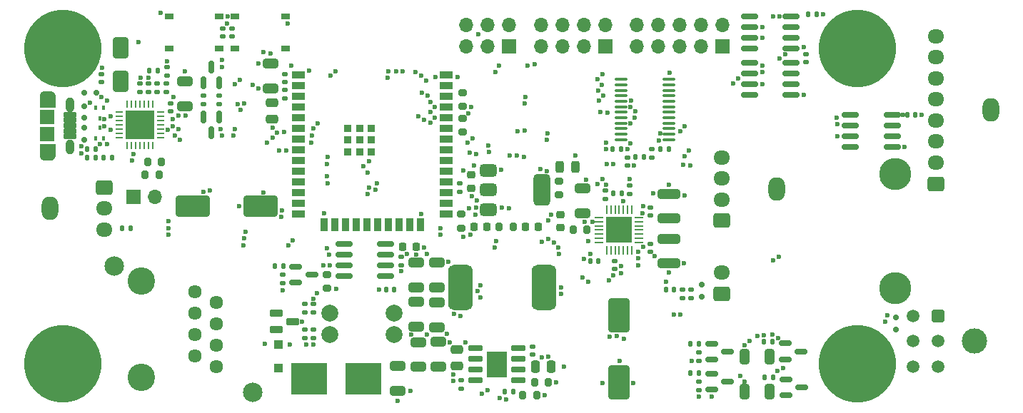
<source format=gts>
%TF.GenerationSoftware,KiCad,Pcbnew,8.0.3-8.0.3-0~ubuntu22.04.1*%
%TF.CreationDate,2024-06-05T11:38:55+02:00*%
%TF.ProjectId,Drawer_Controller_v4,44726177-6572-45f4-936f-6e74726f6c6c,rev?*%
%TF.SameCoordinates,Original*%
%TF.FileFunction,Soldermask,Top*%
%TF.FilePolarity,Negative*%
%FSLAX46Y46*%
G04 Gerber Fmt 4.6, Leading zero omitted, Abs format (unit mm)*
G04 Created by KiCad (PCBNEW 8.0.3-8.0.3-0~ubuntu22.04.1) date 2024-06-05 11:38:55*
%MOMM*%
%LPD*%
G01*
G04 APERTURE LIST*
G04 Aperture macros list*
%AMRoundRect*
0 Rectangle with rounded corners*
0 $1 Rounding radius*
0 $2 $3 $4 $5 $6 $7 $8 $9 X,Y pos of 4 corners*
0 Add a 4 corners polygon primitive as box body*
4,1,4,$2,$3,$4,$5,$6,$7,$8,$9,$2,$3,0*
0 Add four circle primitives for the rounded corners*
1,1,$1+$1,$2,$3*
1,1,$1+$1,$4,$5*
1,1,$1+$1,$6,$7*
1,1,$1+$1,$8,$9*
0 Add four rect primitives between the rounded corners*
20,1,$1+$1,$2,$3,$4,$5,0*
20,1,$1+$1,$4,$5,$6,$7,0*
20,1,$1+$1,$6,$7,$8,$9,0*
20,1,$1+$1,$8,$9,$2,$3,0*%
%AMFreePoly0*
4,1,17,0.684954,0.832520,0.722008,0.781520,0.727000,0.750000,0.727000,-0.750000,0.707520,-0.809954,0.656520,-0.847008,0.625000,-0.852000,-0.625000,-0.852000,-0.684954,-0.832520,-0.722008,-0.781520,-0.727000,-0.750000,-0.727000,0.750000,-0.707520,0.809954,-0.656520,0.847008,-0.625000,0.852000,0.625000,0.852000,0.684954,0.832520,0.684954,0.832520,$1*%
G04 Aperture macros list end*
%ADD10C,0.010000*%
%ADD11RoundRect,0.250000X-1.000000X1.750000X-1.000000X-1.750000X1.000000X-1.750000X1.000000X1.750000X0*%
%ADD12RoundRect,0.250000X-1.750000X-1.000000X1.750000X-1.000000X1.750000X1.000000X-1.750000X1.000000X0*%
%ADD13RoundRect,0.140000X0.140000X0.170000X-0.140000X0.170000X-0.140000X-0.170000X0.140000X-0.170000X0*%
%ADD14RoundRect,0.250000X-1.075000X0.312500X-1.075000X-0.312500X1.075000X-0.312500X1.075000X0.312500X0*%
%ADD15RoundRect,0.250000X-0.650000X1.000000X-0.650000X-1.000000X0.650000X-1.000000X0.650000X1.000000X0*%
%ADD16RoundRect,0.250000X0.650000X-0.325000X0.650000X0.325000X-0.650000X0.325000X-0.650000X-0.325000X0*%
%ADD17RoundRect,0.150000X-0.825000X-0.150000X0.825000X-0.150000X0.825000X0.150000X-0.825000X0.150000X0*%
%ADD18RoundRect,0.135000X0.185000X-0.135000X0.185000X0.135000X-0.185000X0.135000X-0.185000X-0.135000X0*%
%ADD19RoundRect,0.150000X-0.587500X-0.150000X0.587500X-0.150000X0.587500X0.150000X-0.587500X0.150000X0*%
%ADD20RoundRect,0.135000X-0.135000X-0.185000X0.135000X-0.185000X0.135000X0.185000X-0.135000X0.185000X0*%
%ADD21R,1.000000X0.750000*%
%ADD22C,2.600000*%
%ADD23C,3.800000*%
%ADD24RoundRect,0.102000X-0.675000X0.200000X-0.675000X-0.200000X0.675000X-0.200000X0.675000X0.200000X0*%
%ADD25O,1.704000X0.954000*%
%ADD26FreePoly0,270.000000*%
%ADD27O,1.004000X1.784000*%
%ADD28RoundRect,0.102000X-0.775000X0.750000X-0.775000X-0.750000X0.775000X-0.750000X0.775000X0.750000X0*%
%ADD29RoundRect,0.150000X0.200000X-0.150000X0.200000X0.150000X-0.200000X0.150000X-0.200000X-0.150000X0*%
%ADD30RoundRect,0.140000X0.170000X-0.140000X0.170000X0.140000X-0.170000X0.140000X-0.170000X-0.140000X0*%
%ADD31RoundRect,0.200000X-0.200000X-0.275000X0.200000X-0.275000X0.200000X0.275000X-0.200000X0.275000X0*%
%ADD32RoundRect,0.250000X-0.650000X0.325000X-0.650000X-0.325000X0.650000X-0.325000X0.650000X0.325000X0*%
%ADD33RoundRect,0.200000X0.275000X-0.200000X0.275000X0.200000X-0.275000X0.200000X-0.275000X-0.200000X0*%
%ADD34RoundRect,0.140000X-0.140000X-0.170000X0.140000X-0.170000X0.140000X0.170000X-0.140000X0.170000X0*%
%ADD35O,2.000000X2.800000*%
%ADD36RoundRect,0.250000X-0.725000X0.600000X-0.725000X-0.600000X0.725000X-0.600000X0.725000X0.600000X0*%
%ADD37O,1.950000X1.700000*%
%ADD38RoundRect,0.140000X-0.170000X0.140000X-0.170000X-0.140000X0.170000X-0.140000X0.170000X0.140000X0*%
%ADD39RoundRect,0.250000X0.325000X0.650000X-0.325000X0.650000X-0.325000X-0.650000X0.325000X-0.650000X0*%
%ADD40RoundRect,0.225000X0.250000X-0.225000X0.250000X0.225000X-0.250000X0.225000X-0.250000X-0.225000X0*%
%ADD41RoundRect,0.150000X-0.150000X0.587500X-0.150000X-0.587500X0.150000X-0.587500X0.150000X0.587500X0*%
%ADD42RoundRect,0.250000X0.475000X-0.250000X0.475000X0.250000X-0.475000X0.250000X-0.475000X-0.250000X0*%
%ADD43C,3.600000*%
%ADD44C,9.200000*%
%ADD45RoundRect,0.375000X-0.625000X-0.375000X0.625000X-0.375000X0.625000X0.375000X-0.625000X0.375000X0*%
%ADD46RoundRect,0.500000X-0.500000X-1.400000X0.500000X-1.400000X0.500000X1.400000X-0.500000X1.400000X0*%
%ADD47RoundRect,0.250000X1.075000X-0.312500X1.075000X0.312500X-1.075000X0.312500X-1.075000X-0.312500X0*%
%ADD48RoundRect,0.135000X-0.185000X0.135000X-0.185000X-0.135000X0.185000X-0.135000X0.185000X0.135000X0*%
%ADD49RoundRect,0.200000X-0.275000X0.200000X-0.275000X-0.200000X0.275000X-0.200000X0.275000X0.200000X0*%
%ADD50R,4.241800X3.810000*%
%ADD51RoundRect,0.225000X-0.225000X-0.250000X0.225000X-0.250000X0.225000X0.250000X-0.225000X0.250000X0*%
%ADD52R,1.700000X1.700000*%
%ADD53O,1.700000X1.700000*%
%ADD54RoundRect,0.250000X-0.250000X-0.475000X0.250000X-0.475000X0.250000X0.475000X-0.250000X0.475000X0*%
%ADD55RoundRect,0.100000X-0.100000X0.155000X-0.100000X-0.155000X0.100000X-0.155000X0.100000X0.155000X0*%
%ADD56R,1.500000X0.900000*%
%ADD57R,0.900000X1.500000*%
%ADD58R,0.900000X0.900000*%
%ADD59RoundRect,0.150000X0.150000X-0.587500X0.150000X0.587500X-0.150000X0.587500X-0.150000X-0.587500X0*%
%ADD60RoundRect,0.243750X0.243750X0.456250X-0.243750X0.456250X-0.243750X-0.456250X0.243750X-0.456250X0*%
%ADD61RoundRect,0.218750X0.218750X0.256250X-0.218750X0.256250X-0.218750X-0.256250X0.218750X-0.256250X0*%
%ADD62RoundRect,0.250000X0.725000X-0.600000X0.725000X0.600000X-0.725000X0.600000X-0.725000X-0.600000X0*%
%ADD63RoundRect,0.725000X-0.725000X1.975000X-0.725000X-1.975000X0.725000X-1.975000X0.725000X1.975000X0*%
%ADD64RoundRect,0.135000X0.135000X0.185000X-0.135000X0.185000X-0.135000X-0.185000X0.135000X-0.185000X0*%
%ADD65RoundRect,0.062500X-0.062500X0.412500X-0.062500X-0.412500X0.062500X-0.412500X0.062500X0.412500X0*%
%ADD66RoundRect,0.062500X-0.412500X0.062500X-0.412500X-0.062500X0.412500X-0.062500X0.412500X0.062500X0*%
%ADD67R,3.100000X3.100000*%
%ADD68C,2.000000*%
%ADD69RoundRect,0.062500X0.337500X0.062500X-0.337500X0.062500X-0.337500X-0.062500X0.337500X-0.062500X0*%
%ADD70RoundRect,0.062500X0.062500X0.337500X-0.062500X0.337500X-0.062500X-0.337500X0.062500X-0.337500X0*%
%ADD71R,3.350000X3.350000*%
%ADD72C,3.000000*%
%ADD73RoundRect,0.250001X-0.499999X0.499999X-0.499999X-0.499999X0.499999X-0.499999X0.499999X0.499999X0*%
%ADD74C,1.500000*%
%ADD75RoundRect,0.250000X-0.300000X0.300000X-0.300000X-0.300000X0.300000X-0.300000X0.300000X0.300000X0*%
%ADD76RoundRect,0.150000X0.825000X0.150000X-0.825000X0.150000X-0.825000X-0.150000X0.825000X-0.150000X0*%
%ADD77RoundRect,0.250000X-0.475000X0.250000X-0.475000X-0.250000X0.475000X-0.250000X0.475000X0.250000X0*%
%ADD78RoundRect,0.055580X-0.676420X-0.341420X0.676420X-0.341420X0.676420X0.341420X-0.676420X0.341420X0*%
%ADD79RoundRect,0.218750X-0.256250X0.218750X-0.256250X-0.218750X0.256250X-0.218750X0.256250X0.218750X0*%
%ADD80R,2.400000X3.100000*%
%ADD81RoundRect,0.150000X-0.737500X-0.150000X0.737500X-0.150000X0.737500X0.150000X-0.737500X0.150000X0*%
%ADD82RoundRect,0.100000X0.637500X0.100000X-0.637500X0.100000X-0.637500X-0.100000X0.637500X-0.100000X0*%
%ADD83RoundRect,0.150000X-0.150000X-0.200000X0.150000X-0.200000X0.150000X0.200000X-0.150000X0.200000X0*%
%ADD84RoundRect,0.200000X0.200000X0.275000X-0.200000X0.275000X-0.200000X-0.275000X0.200000X-0.275000X0*%
%ADD85RoundRect,0.150000X-0.200000X0.150000X-0.200000X-0.150000X0.200000X-0.150000X0.200000X0.150000X0*%
%ADD86C,3.250000*%
%ADD87C,1.612000*%
%ADD88C,2.304000*%
%ADD89RoundRect,0.225000X0.225000X0.250000X-0.225000X0.250000X-0.225000X-0.250000X0.225000X-0.250000X0*%
%ADD90RoundRect,0.100000X0.100000X-0.155000X0.100000X0.155000X-0.100000X0.155000X-0.100000X-0.155000X0*%
%ADD91C,0.600000*%
G04 APERTURE END LIST*
D10*
%TO.C,X7*%
X103326000Y-109906000D02*
X103352000Y-109908000D01*
X103378000Y-109911000D01*
X103404000Y-109916000D01*
X103429000Y-109922000D01*
X103455000Y-109929000D01*
X103479000Y-109938000D01*
X103503000Y-109948000D01*
X103527000Y-109959000D01*
X103550000Y-109972000D01*
X103572000Y-109986000D01*
X103594000Y-110000000D01*
X103615000Y-110016000D01*
X103635000Y-110033000D01*
X103654000Y-110051000D01*
X103672000Y-110070000D01*
X103689000Y-110090000D01*
X103705000Y-110111000D01*
X103719000Y-110133000D01*
X103733000Y-110155000D01*
X103746000Y-110178000D01*
X103757000Y-110202000D01*
X103767000Y-110226000D01*
X103776000Y-110250000D01*
X103783000Y-110276000D01*
X103789000Y-110301000D01*
X103794000Y-110327000D01*
X103797000Y-110353000D01*
X103799000Y-110379000D01*
X103800000Y-110405000D01*
X103800000Y-111750000D01*
X102050000Y-111750000D01*
X102050000Y-110405000D01*
X102051000Y-110379000D01*
X102053000Y-110353000D01*
X102056000Y-110327000D01*
X102061000Y-110301000D01*
X102067000Y-110276000D01*
X102074000Y-110250000D01*
X102083000Y-110226000D01*
X102093000Y-110202000D01*
X102104000Y-110178000D01*
X102117000Y-110155000D01*
X102131000Y-110133000D01*
X102145000Y-110111000D01*
X102161000Y-110090000D01*
X102178000Y-110070000D01*
X102196000Y-110051000D01*
X102215000Y-110033000D01*
X102235000Y-110016000D01*
X102256000Y-110000000D01*
X102278000Y-109986000D01*
X102300000Y-109972000D01*
X102323000Y-109959000D01*
X102347000Y-109948000D01*
X102371000Y-109938000D01*
X102395000Y-109929000D01*
X102421000Y-109922000D01*
X102446000Y-109916000D01*
X102472000Y-109911000D01*
X102498000Y-109908000D01*
X102524000Y-109906000D01*
X102550000Y-109905000D01*
X103300000Y-109905000D01*
X103326000Y-109906000D01*
G36*
X103326000Y-109906000D02*
G01*
X103352000Y-109908000D01*
X103378000Y-109911000D01*
X103404000Y-109916000D01*
X103429000Y-109922000D01*
X103455000Y-109929000D01*
X103479000Y-109938000D01*
X103503000Y-109948000D01*
X103527000Y-109959000D01*
X103550000Y-109972000D01*
X103572000Y-109986000D01*
X103594000Y-110000000D01*
X103615000Y-110016000D01*
X103635000Y-110033000D01*
X103654000Y-110051000D01*
X103672000Y-110070000D01*
X103689000Y-110090000D01*
X103705000Y-110111000D01*
X103719000Y-110133000D01*
X103733000Y-110155000D01*
X103746000Y-110178000D01*
X103757000Y-110202000D01*
X103767000Y-110226000D01*
X103776000Y-110250000D01*
X103783000Y-110276000D01*
X103789000Y-110301000D01*
X103794000Y-110327000D01*
X103797000Y-110353000D01*
X103799000Y-110379000D01*
X103800000Y-110405000D01*
X103800000Y-111750000D01*
X102050000Y-111750000D01*
X102050000Y-110405000D01*
X102051000Y-110379000D01*
X102053000Y-110353000D01*
X102056000Y-110327000D01*
X102061000Y-110301000D01*
X102067000Y-110276000D01*
X102074000Y-110250000D01*
X102083000Y-110226000D01*
X102093000Y-110202000D01*
X102104000Y-110178000D01*
X102117000Y-110155000D01*
X102131000Y-110133000D01*
X102145000Y-110111000D01*
X102161000Y-110090000D01*
X102178000Y-110070000D01*
X102196000Y-110051000D01*
X102215000Y-110033000D01*
X102235000Y-110016000D01*
X102256000Y-110000000D01*
X102278000Y-109986000D01*
X102300000Y-109972000D01*
X102323000Y-109959000D01*
X102347000Y-109948000D01*
X102371000Y-109938000D01*
X102395000Y-109929000D01*
X102421000Y-109922000D01*
X102446000Y-109916000D01*
X102472000Y-109911000D01*
X102498000Y-109908000D01*
X102524000Y-109906000D01*
X102550000Y-109905000D01*
X103300000Y-109905000D01*
X103326000Y-109906000D01*
G37*
X103800000Y-117495000D02*
X103799000Y-117521000D01*
X103797000Y-117547000D01*
X103794000Y-117573000D01*
X103789000Y-117599000D01*
X103783000Y-117624000D01*
X103776000Y-117650000D01*
X103767000Y-117674000D01*
X103757000Y-117698000D01*
X103746000Y-117722000D01*
X103733000Y-117745000D01*
X103719000Y-117767000D01*
X103705000Y-117789000D01*
X103689000Y-117810000D01*
X103672000Y-117830000D01*
X103654000Y-117849000D01*
X103635000Y-117867000D01*
X103615000Y-117884000D01*
X103594000Y-117900000D01*
X103572000Y-117914000D01*
X103550000Y-117928000D01*
X103527000Y-117941000D01*
X103503000Y-117952000D01*
X103479000Y-117962000D01*
X103455000Y-117971000D01*
X103429000Y-117978000D01*
X103404000Y-117984000D01*
X103378000Y-117989000D01*
X103352000Y-117992000D01*
X103326000Y-117994000D01*
X103300000Y-117995000D01*
X102550000Y-117995000D01*
X102524000Y-117994000D01*
X102498000Y-117992000D01*
X102472000Y-117989000D01*
X102446000Y-117984000D01*
X102421000Y-117978000D01*
X102395000Y-117971000D01*
X102371000Y-117962000D01*
X102347000Y-117952000D01*
X102323000Y-117941000D01*
X102300000Y-117928000D01*
X102278000Y-117914000D01*
X102256000Y-117900000D01*
X102235000Y-117884000D01*
X102215000Y-117867000D01*
X102196000Y-117849000D01*
X102178000Y-117830000D01*
X102161000Y-117810000D01*
X102145000Y-117789000D01*
X102131000Y-117767000D01*
X102117000Y-117745000D01*
X102104000Y-117722000D01*
X102093000Y-117698000D01*
X102083000Y-117674000D01*
X102074000Y-117650000D01*
X102067000Y-117624000D01*
X102061000Y-117599000D01*
X102056000Y-117573000D01*
X102053000Y-117547000D01*
X102051000Y-117521000D01*
X102050000Y-117495000D01*
X102050000Y-116150000D01*
X103800000Y-116150000D01*
X103800000Y-117495000D01*
G36*
X103800000Y-117495000D02*
G01*
X103799000Y-117521000D01*
X103797000Y-117547000D01*
X103794000Y-117573000D01*
X103789000Y-117599000D01*
X103783000Y-117624000D01*
X103776000Y-117650000D01*
X103767000Y-117674000D01*
X103757000Y-117698000D01*
X103746000Y-117722000D01*
X103733000Y-117745000D01*
X103719000Y-117767000D01*
X103705000Y-117789000D01*
X103689000Y-117810000D01*
X103672000Y-117830000D01*
X103654000Y-117849000D01*
X103635000Y-117867000D01*
X103615000Y-117884000D01*
X103594000Y-117900000D01*
X103572000Y-117914000D01*
X103550000Y-117928000D01*
X103527000Y-117941000D01*
X103503000Y-117952000D01*
X103479000Y-117962000D01*
X103455000Y-117971000D01*
X103429000Y-117978000D01*
X103404000Y-117984000D01*
X103378000Y-117989000D01*
X103352000Y-117992000D01*
X103326000Y-117994000D01*
X103300000Y-117995000D01*
X102550000Y-117995000D01*
X102524000Y-117994000D01*
X102498000Y-117992000D01*
X102472000Y-117989000D01*
X102446000Y-117984000D01*
X102421000Y-117978000D01*
X102395000Y-117971000D01*
X102371000Y-117962000D01*
X102347000Y-117952000D01*
X102323000Y-117941000D01*
X102300000Y-117928000D01*
X102278000Y-117914000D01*
X102256000Y-117900000D01*
X102235000Y-117884000D01*
X102215000Y-117867000D01*
X102196000Y-117849000D01*
X102178000Y-117830000D01*
X102161000Y-117810000D01*
X102145000Y-117789000D01*
X102131000Y-117767000D01*
X102117000Y-117745000D01*
X102104000Y-117722000D01*
X102093000Y-117698000D01*
X102083000Y-117674000D01*
X102074000Y-117650000D01*
X102067000Y-117624000D01*
X102061000Y-117599000D01*
X102056000Y-117573000D01*
X102053000Y-117547000D01*
X102051000Y-117521000D01*
X102050000Y-117495000D01*
X102050000Y-116150000D01*
X103800000Y-116150000D01*
X103800000Y-117495000D01*
G37*
%TD*%
D11*
%TO.C,C37*%
X170700000Y-136450000D03*
X170700000Y-144450000D03*
%TD*%
D12*
%TO.C,C1*%
X120200000Y-123550000D03*
X128200000Y-123550000D03*
%TD*%
D13*
%TO.C,C25*%
X108630000Y-116700000D03*
X107670000Y-116700000D03*
%TD*%
D14*
%TO.C,R43*%
X176650000Y-127400000D03*
X176650000Y-130325000D03*
%TD*%
D15*
%TO.C,D3*%
X111650000Y-104700000D03*
X111650000Y-108700000D03*
%TD*%
D16*
%TO.C,C13*%
X146700000Y-133175000D03*
X146700000Y-130225000D03*
%TD*%
D17*
%TO.C,U9*%
X186200000Y-101000000D03*
X186200000Y-102270000D03*
X186200000Y-103540000D03*
X186200000Y-104810000D03*
X191150000Y-104810000D03*
X191150000Y-103540000D03*
X191150000Y-102270000D03*
X191150000Y-101000000D03*
%TD*%
D18*
%TO.C,R12*%
X133425000Y-139200000D03*
X133425000Y-138180000D03*
%TD*%
D19*
%TO.C,Q4*%
X181737500Y-143387500D03*
X181737500Y-145287500D03*
X183612500Y-144337500D03*
%TD*%
D20*
%TO.C,R23*%
X188005000Y-143800000D03*
X189025000Y-143800000D03*
%TD*%
D21*
%TO.C,S2*%
X125187500Y-101025000D03*
X131187500Y-101025000D03*
X125187500Y-104775000D03*
X131187500Y-104775000D03*
%TD*%
D22*
%TO.C,H6*%
X203500000Y-133250000D03*
D23*
X203500000Y-133250000D03*
%TD*%
D24*
%TO.C,X7*%
X105600000Y-112650000D03*
X105600000Y-113300000D03*
X105600000Y-113950000D03*
X105600000Y-114600000D03*
X105600000Y-115250000D03*
D25*
X102925000Y-110425000D03*
D26*
X102925000Y-111030000D03*
D27*
X105625000Y-111450000D03*
D28*
X102925000Y-112950000D03*
X102925000Y-114950000D03*
D27*
X105625000Y-116450000D03*
D26*
X102925000Y-116870000D03*
D25*
X102925000Y-117475000D03*
%TD*%
D20*
%TO.C,R9*%
X129880000Y-130650000D03*
X130900000Y-130650000D03*
%TD*%
D29*
%TO.C,F4*%
X107300000Y-111650000D03*
X107300000Y-113050000D03*
%TD*%
D30*
%TO.C,C27*%
X131125000Y-108810000D03*
X131125000Y-107850000D03*
%TD*%
D16*
%TO.C,C12*%
X149100000Y-133150000D03*
X149100000Y-130200000D03*
%TD*%
D31*
%TO.C,R7*%
X159325000Y-145950000D03*
X160975000Y-145950000D03*
%TD*%
D18*
%TO.C,R41*%
X172000000Y-122050000D03*
X172000000Y-121030000D03*
%TD*%
D30*
%TO.C,C7*%
X160500000Y-141130000D03*
X160500000Y-140170000D03*
%TD*%
D19*
%TO.C,Q1*%
X132400000Y-130700000D03*
X132400000Y-132600000D03*
X134275000Y-131650000D03*
%TD*%
D32*
%TO.C,C10*%
X146700000Y-134900000D03*
X146700000Y-137850000D03*
%TD*%
D33*
%TO.C,R4*%
X163637500Y-122175000D03*
X163637500Y-120525000D03*
%TD*%
D34*
%TO.C,C31*%
X170070000Y-122000000D03*
X171030000Y-122000000D03*
%TD*%
D13*
%TO.C,C41*%
X177230000Y-133400000D03*
X176270000Y-133400000D03*
%TD*%
D35*
%TO.C,X5*%
X103200000Y-123800000D03*
D36*
X109700000Y-121300000D03*
D37*
X109700000Y-123800000D03*
X109700000Y-126300000D03*
%TD*%
D38*
%TO.C,C23*%
X123700000Y-102420000D03*
X123700000Y-103380000D03*
%TD*%
%TO.C,C33*%
X169100000Y-121690000D03*
X169100000Y-122650000D03*
%TD*%
D39*
%TO.C,C18*%
X188550000Y-141350000D03*
X185600000Y-141350000D03*
%TD*%
D20*
%TO.C,R20*%
X187925000Y-139600000D03*
X188945000Y-139600000D03*
%TD*%
D16*
%TO.C,C5*%
X146900000Y-142600000D03*
X146900000Y-139650000D03*
%TD*%
D40*
%TO.C,C3*%
X153200000Y-121375000D03*
X153200000Y-119825000D03*
%TD*%
D18*
%TO.C,R32*%
X114950000Y-109970000D03*
X114950000Y-108950000D03*
%TD*%
D13*
%TO.C,C34*%
X168280000Y-130000000D03*
X167320000Y-130000000D03*
%TD*%
D19*
%TO.C,Q2*%
X181725000Y-139850000D03*
X181725000Y-141750000D03*
X183600000Y-140800000D03*
%TD*%
D20*
%TO.C,R16*%
X172650000Y-117700000D03*
X173670000Y-117700000D03*
%TD*%
D18*
%TO.C,R1*%
X151800000Y-121810000D03*
X151800000Y-120790000D03*
%TD*%
D22*
%TO.C,H5*%
X203500000Y-119700000D03*
D23*
X203500000Y-119700000D03*
%TD*%
D29*
%TO.C,F3*%
X203550000Y-136750000D03*
X203550000Y-138150000D03*
%TD*%
D33*
%TO.C,R11*%
X136087500Y-133275000D03*
X136087500Y-131625000D03*
%TD*%
D41*
%TO.C,Q6*%
X123300000Y-112900000D03*
X121400000Y-112900000D03*
X122350000Y-114775000D03*
%TD*%
D38*
%TO.C,C20*%
X124825000Y-102425000D03*
X124825000Y-103385000D03*
%TD*%
D42*
%TO.C,C8*%
X151500000Y-142450000D03*
X151500000Y-140550000D03*
%TD*%
D20*
%TO.C,R18*%
X179215000Y-139850000D03*
X180235000Y-139850000D03*
%TD*%
D43*
%TO.C,H2*%
X104800000Y-142200000D03*
D44*
X104800000Y-142200000D03*
%TD*%
D38*
%TO.C,C30*%
X170200000Y-130020000D03*
X170200000Y-130980000D03*
%TD*%
D18*
%TO.C,R15*%
X134450000Y-136170000D03*
X134450000Y-135150000D03*
%TD*%
D43*
%TO.C,H3*%
X199000000Y-104800000D03*
D44*
X199000000Y-104800000D03*
%TD*%
D45*
%TO.C,U2*%
X155250000Y-119300000D03*
X155250000Y-121600000D03*
D46*
X161550000Y-121600000D03*
D45*
X155250000Y-123900000D03*
%TD*%
D32*
%TO.C,C9*%
X149100000Y-134925000D03*
X149100000Y-137875000D03*
%TD*%
D47*
%TO.C,R44*%
X176650000Y-124962500D03*
X176650000Y-122037500D03*
%TD*%
D48*
%TO.C,R22*%
X180162500Y-144317500D03*
X180162500Y-145337500D03*
%TD*%
D34*
%TO.C,C40*%
X204900000Y-112700000D03*
X205860000Y-112700000D03*
%TD*%
D49*
%TO.C,R37*%
X152200000Y-113075000D03*
X152200000Y-114725000D03*
%TD*%
D50*
%TO.C,F2*%
X134012300Y-144000000D03*
X140387700Y-144000000D03*
%TD*%
D51*
%TO.C,C14*%
X145100000Y-128300000D03*
X146650000Y-128300000D03*
%TD*%
D18*
%TO.C,R13*%
X133425000Y-136170000D03*
X133425000Y-135150000D03*
%TD*%
D52*
%TO.C,J3*%
X169130000Y-104540000D03*
D53*
X169130000Y-102000000D03*
X166590000Y-104540000D03*
X166590000Y-102000000D03*
X164050000Y-104540000D03*
X164050000Y-102000000D03*
X161510000Y-104540000D03*
X161510000Y-102000000D03*
%TD*%
D52*
%TO.C,J2*%
X157700000Y-104540000D03*
D53*
X157700000Y-102000000D03*
X155160000Y-104540000D03*
X155160000Y-102000000D03*
X152620000Y-104540000D03*
X152620000Y-102000000D03*
%TD*%
D54*
%TO.C,C11*%
X160800000Y-142600000D03*
X162700000Y-142600000D03*
%TD*%
D18*
%TO.C,R14*%
X134450000Y-139200000D03*
X134450000Y-138180000D03*
%TD*%
D20*
%TO.C,R40*%
X175640000Y-116750000D03*
X176660000Y-116750000D03*
%TD*%
D55*
%TO.C,Q9*%
X108625000Y-115465000D03*
X109625000Y-115465000D03*
X109125000Y-114175000D03*
%TD*%
D56*
%TO.C,U6*%
X132700000Y-107930000D03*
X132700000Y-109200000D03*
X132700000Y-110470000D03*
X132700000Y-111740000D03*
X132700000Y-113010000D03*
X132700000Y-114280000D03*
X132700000Y-115550000D03*
X132700000Y-116820000D03*
X132700000Y-118090000D03*
X132700000Y-119360000D03*
X132700000Y-120630000D03*
X132700000Y-121900000D03*
X132700000Y-123170000D03*
X132700000Y-124440000D03*
D57*
X135735000Y-125690000D03*
X137005000Y-125690000D03*
X138275000Y-125690000D03*
X139545000Y-125690000D03*
X140815000Y-125690000D03*
X142085000Y-125690000D03*
X143355000Y-125690000D03*
X144625000Y-125690000D03*
X145895000Y-125690000D03*
X147165000Y-125690000D03*
D56*
X150200000Y-124440000D03*
X150200000Y-123170000D03*
X150200000Y-121900000D03*
X150200000Y-120630000D03*
X150200000Y-119360000D03*
X150200000Y-118090000D03*
X150200000Y-116820000D03*
X150200000Y-115550000D03*
X150200000Y-114280000D03*
X150200000Y-113010000D03*
X150200000Y-111740000D03*
X150200000Y-110470000D03*
X150200000Y-109200000D03*
X150200000Y-107930000D03*
D58*
X138550000Y-114250000D03*
X138550000Y-115650000D03*
X138550000Y-117050000D03*
X139950000Y-114250000D03*
X139950000Y-115650000D03*
X139950000Y-117050000D03*
X141350000Y-114250000D03*
X141350000Y-115650000D03*
X141350000Y-117050000D03*
%TD*%
D20*
%TO.C,R6*%
X157140000Y-145550000D03*
X158160000Y-145550000D03*
%TD*%
D59*
%TO.C,Q7*%
X121400000Y-108887500D03*
X123300000Y-108887500D03*
X122350000Y-107012500D03*
%TD*%
D48*
%TO.C,R36*%
X131125000Y-109750000D03*
X131125000Y-110770000D03*
%TD*%
D39*
%TO.C,C19*%
X188600000Y-145550000D03*
X185650000Y-145550000D03*
%TD*%
D48*
%TO.C,R27*%
X121400000Y-110377500D03*
X121400000Y-111397500D03*
%TD*%
D60*
%TO.C,D2*%
X165537500Y-118825000D03*
X163662500Y-118825000D03*
%TD*%
D61*
%TO.C,D1*%
X161187500Y-126000000D03*
X159612500Y-126000000D03*
%TD*%
D20*
%TO.C,R28*%
X115040000Y-107400000D03*
X116060000Y-107400000D03*
%TD*%
D35*
%TO.C,X3*%
X214800000Y-112100000D03*
D62*
X208300000Y-120850000D03*
D37*
X208300000Y-118350000D03*
X208300000Y-115850000D03*
X208300000Y-113350000D03*
X208300000Y-110850000D03*
X208300000Y-108350000D03*
X208300000Y-105850000D03*
X208300000Y-103350000D03*
%TD*%
D43*
%TO.C,H1*%
X104800000Y-104800000D03*
D44*
X104800000Y-104800000D03*
%TD*%
D63*
%TO.C,L1*%
X161850000Y-133200000D03*
X151950000Y-133200000D03*
%TD*%
D64*
%TO.C,R34*%
X108650000Y-117750000D03*
X107630000Y-117750000D03*
%TD*%
D65*
%TO.C,U8*%
X172250000Y-123975000D03*
X171750000Y-123975000D03*
X171250000Y-123975000D03*
X170750000Y-123975000D03*
X170250000Y-123975000D03*
X169750000Y-123975000D03*
X169250000Y-123975000D03*
D66*
X168375000Y-124850000D03*
X168375000Y-125350000D03*
X168375000Y-125850000D03*
X168375000Y-126350000D03*
X168375000Y-126850000D03*
X168375000Y-127350000D03*
X168375000Y-127850000D03*
D65*
X169250000Y-128725000D03*
X169750000Y-128725000D03*
X170250000Y-128725000D03*
X170750000Y-128725000D03*
X171250000Y-128725000D03*
X171750000Y-128725000D03*
X172250000Y-128725000D03*
D66*
X173125000Y-127850000D03*
X173125000Y-127350000D03*
X173125000Y-126850000D03*
X173125000Y-126350000D03*
X173125000Y-125850000D03*
X173125000Y-125350000D03*
X173125000Y-124850000D03*
D67*
X170750000Y-126350000D03*
%TD*%
D49*
%TO.C,R39*%
X152000000Y-124475000D03*
X152000000Y-126125000D03*
%TD*%
D38*
%TO.C,C17*%
X171700000Y-117770000D03*
X171700000Y-118730000D03*
%TD*%
D18*
%TO.C,R35*%
X113925000Y-109970000D03*
X113925000Y-108950000D03*
%TD*%
D31*
%TO.C,R5*%
X160700000Y-144400000D03*
X162350000Y-144400000D03*
%TD*%
D48*
%TO.C,R10*%
X130850000Y-131665000D03*
X130850000Y-132685000D03*
%TD*%
D19*
%TO.C,Q3*%
X190450000Y-139800000D03*
X190450000Y-141700000D03*
X192325000Y-140750000D03*
%TD*%
D34*
%TO.C,C38*%
X193170000Y-100700000D03*
X194130000Y-100700000D03*
%TD*%
D48*
%TO.C,R19*%
X180175000Y-140850000D03*
X180175000Y-141870000D03*
%TD*%
D16*
%TO.C,C28*%
X129400000Y-109550000D03*
X129400000Y-106600000D03*
%TD*%
D68*
%TO.C,S1*%
X136430000Y-136230000D03*
X136430000Y-138770000D03*
X144050000Y-136230000D03*
X144050000Y-138770000D03*
%TD*%
D48*
%TO.C,R46*%
X179270000Y-133380000D03*
X179270000Y-134400000D03*
%TD*%
%TO.C,R29*%
X115975000Y-108955000D03*
X115975000Y-109975000D03*
%TD*%
D20*
%TO.C,R21*%
X179202500Y-143337500D03*
X180222500Y-143337500D03*
%TD*%
D69*
%TO.C,U5*%
X116350000Y-115367500D03*
X116350000Y-114867500D03*
X116350000Y-114367500D03*
X116350000Y-113867500D03*
X116350000Y-113367500D03*
X116350000Y-112867500D03*
X116350000Y-112367500D03*
D70*
X115400000Y-111417500D03*
X114900000Y-111417500D03*
X114400000Y-111417500D03*
X113900000Y-111417500D03*
X113400000Y-111417500D03*
X112900000Y-111417500D03*
X112400000Y-111417500D03*
D69*
X111450000Y-112367500D03*
X111450000Y-112867500D03*
X111450000Y-113367500D03*
X111450000Y-113867500D03*
X111450000Y-114367500D03*
X111450000Y-114867500D03*
X111450000Y-115367500D03*
D70*
X112400000Y-116317500D03*
X112900000Y-116317500D03*
X113400000Y-116317500D03*
X113900000Y-116317500D03*
X114400000Y-116317500D03*
X114900000Y-116317500D03*
X115400000Y-116317500D03*
D71*
X113900000Y-113867500D03*
%TD*%
D20*
%TO.C,R2*%
X111790000Y-126100000D03*
X112810000Y-126100000D03*
%TD*%
D18*
%TO.C,R30*%
X117075000Y-109985000D03*
X117075000Y-108965000D03*
%TD*%
D62*
%TO.C,X2*%
X182900000Y-133900000D03*
D37*
X182900000Y-131400000D03*
%TD*%
D21*
%TO.C,S3*%
X117337500Y-101025000D03*
X123337500Y-101025000D03*
X117337500Y-104775000D03*
X123337500Y-104775000D03*
%TD*%
D16*
%TO.C,C32*%
X166400000Y-124325000D03*
X166400000Y-121375000D03*
%TD*%
D35*
%TO.C,X6*%
X189400000Y-121500000D03*
D62*
X182900000Y-125250000D03*
D37*
X182900000Y-122750000D03*
X182900000Y-120250000D03*
X182900000Y-117750000D03*
%TD*%
D72*
%TO.C,X4*%
X212900000Y-139550000D03*
D73*
X208580000Y-136550000D03*
D74*
X208580000Y-139550000D03*
X208580000Y-142550000D03*
X205580000Y-136550000D03*
X205580000Y-139550000D03*
X205580000Y-142550000D03*
%TD*%
D30*
%TO.C,C35*%
X174400000Y-124630000D03*
X174400000Y-123670000D03*
%TD*%
D75*
%TO.C,F1*%
X130300000Y-139900000D03*
X130300000Y-142700000D03*
%TD*%
D19*
%TO.C,Q5*%
X190525000Y-144050000D03*
X190525000Y-145950000D03*
X192400000Y-145000000D03*
%TD*%
D43*
%TO.C,H4*%
X199000000Y-142200000D03*
D44*
X199000000Y-142200000D03*
%TD*%
D31*
%TO.C,R3*%
X156500000Y-126000000D03*
X158150000Y-126000000D03*
%TD*%
D38*
%TO.C,C36*%
X174400000Y-128000000D03*
X174400000Y-128960000D03*
%TD*%
D16*
%TO.C,C24*%
X119250000Y-111625000D03*
X119250000Y-108675000D03*
%TD*%
D17*
%TO.C,U11*%
X198175000Y-112695000D03*
X198175000Y-113965000D03*
X198175000Y-115235000D03*
X198175000Y-116505000D03*
X203125000Y-116505000D03*
X203125000Y-115235000D03*
X203125000Y-113965000D03*
X203125000Y-112695000D03*
%TD*%
D52*
%TO.C,J1*%
X183010000Y-104550000D03*
D53*
X183010000Y-102010000D03*
X180470000Y-104550000D03*
X180470000Y-102010000D03*
X177930000Y-104550000D03*
X177930000Y-102010000D03*
X175390000Y-104550000D03*
X175390000Y-102010000D03*
X172850000Y-104550000D03*
X172850000Y-102010000D03*
%TD*%
D76*
%TO.C,U4*%
X143050000Y-131790000D03*
X143050000Y-130520000D03*
X143050000Y-129250000D03*
X143050000Y-127980000D03*
X138100000Y-127980000D03*
X138100000Y-129250000D03*
X138100000Y-130520000D03*
X138100000Y-131790000D03*
%TD*%
D77*
%TO.C,C26*%
X129600000Y-111250000D03*
X129600000Y-113150000D03*
%TD*%
D52*
%TO.C,JP1*%
X113125000Y-122400000D03*
D53*
X115665000Y-122400000D03*
%TD*%
D18*
%TO.C,R8*%
X152000000Y-145210000D03*
X152000000Y-144190000D03*
%TD*%
D78*
%TO.C,U1*%
X130040000Y-136250000D03*
X130040000Y-138150000D03*
X132000000Y-137200000D03*
%TD*%
D48*
%TO.C,R17*%
X174650000Y-116740000D03*
X174650000Y-117760000D03*
%TD*%
D16*
%TO.C,C4*%
X149300000Y-142575000D03*
X149300000Y-139625000D03*
%TD*%
D79*
%TO.C,D4*%
X163800000Y-124512500D03*
X163800000Y-126087500D03*
%TD*%
D30*
%TO.C,C15*%
X144850000Y-130510000D03*
X144850000Y-129550000D03*
%TD*%
%TO.C,C21*%
X117550000Y-112250000D03*
X117550000Y-111290000D03*
%TD*%
D80*
%TO.C,U3*%
X156250000Y-142300000D03*
D81*
X153687500Y-140395000D03*
X153687500Y-141665000D03*
X153687500Y-142935000D03*
X153687500Y-144205000D03*
X158812500Y-144205000D03*
X158812500Y-142935000D03*
X158812500Y-141665000D03*
X158812500Y-140395000D03*
%TD*%
D64*
%TO.C,R33*%
X110595000Y-117750000D03*
X109575000Y-117750000D03*
%TD*%
D18*
%TO.C,R31*%
X117100000Y-108060000D03*
X117100000Y-107040000D03*
%TD*%
D13*
%TO.C,C16*%
X144050000Y-133450000D03*
X143090000Y-133450000D03*
%TD*%
D48*
%TO.C,R45*%
X178220000Y-133390000D03*
X178220000Y-134410000D03*
%TD*%
D13*
%TO.C,C29*%
X170950000Y-116750000D03*
X169990000Y-116750000D03*
%TD*%
D30*
%TO.C,C39*%
X192900000Y-106430000D03*
X192900000Y-105470000D03*
%TD*%
D82*
%TO.C,U7*%
X176662500Y-115625000D03*
X176662500Y-114975000D03*
X176662500Y-114325000D03*
X176662500Y-113675000D03*
X176662500Y-113025000D03*
X176662500Y-112375000D03*
X176662500Y-111725000D03*
X176662500Y-111075000D03*
X176662500Y-110425000D03*
X176662500Y-109775000D03*
X176662500Y-109125000D03*
X176662500Y-108475000D03*
X170937500Y-108475000D03*
X170937500Y-109125000D03*
X170937500Y-109775000D03*
X170937500Y-110425000D03*
X170937500Y-111075000D03*
X170937500Y-111725000D03*
X170937500Y-112375000D03*
X170937500Y-113025000D03*
X170937500Y-113675000D03*
X170937500Y-114325000D03*
X170937500Y-114975000D03*
X170937500Y-115625000D03*
%TD*%
D29*
%TO.C,F7*%
X180520000Y-132850000D03*
X180520000Y-134250000D03*
%TD*%
D83*
%TO.C,F6*%
X108700000Y-110050000D03*
X107300000Y-110050000D03*
%TD*%
D17*
%TO.C,U10*%
X186200000Y-106500000D03*
X186200000Y-107770000D03*
X186200000Y-109040000D03*
X186200000Y-110310000D03*
X191150000Y-110310000D03*
X191150000Y-109040000D03*
X191150000Y-107770000D03*
X191150000Y-106500000D03*
%TD*%
D30*
%TO.C,C22*%
X109350000Y-108810000D03*
X109350000Y-107850000D03*
%TD*%
D84*
%TO.C,R24*%
X116150000Y-119800000D03*
X114500000Y-119800000D03*
%TD*%
D32*
%TO.C,C6*%
X144500000Y-142500000D03*
X144500000Y-145450000D03*
%TD*%
D85*
%TO.C,F5*%
X107300000Y-115625000D03*
X107300000Y-114225000D03*
%TD*%
D48*
%TO.C,R26*%
X123300000Y-110375000D03*
X123300000Y-111395000D03*
%TD*%
D84*
%TO.C,R25*%
X116450000Y-118250000D03*
X114800000Y-118250000D03*
%TD*%
D86*
%TO.C,X1*%
X114100000Y-132375000D03*
X114100000Y-143805000D03*
D87*
X122990000Y-142535000D03*
X120450000Y-141265000D03*
X122990000Y-139995000D03*
X120450000Y-138725000D03*
X122990000Y-137455000D03*
X120450000Y-136185000D03*
X122990000Y-134915000D03*
X120450000Y-133645000D03*
D88*
X110850000Y-130590000D03*
X127250000Y-145590000D03*
%TD*%
D89*
%TO.C,C2*%
X155075000Y-126000000D03*
X153525000Y-126000000D03*
%TD*%
D84*
%TO.C,R42*%
X166925000Y-126300000D03*
X165275000Y-126300000D03*
%TD*%
D90*
%TO.C,Q8*%
X109625000Y-111800000D03*
X108625000Y-111800000D03*
X109125000Y-113090000D03*
%TD*%
D33*
%TO.C,R38*%
X152200000Y-111675000D03*
X152200000Y-110025000D03*
%TD*%
D91*
X122184467Y-121693107D03*
X169996614Y-131687772D03*
X190226369Y-142764753D03*
X109311860Y-110558046D03*
X168867592Y-110390000D03*
X176650000Y-120937500D03*
X154050000Y-103100000D03*
X176700000Y-107700000D03*
X130200048Y-114759022D03*
X124989999Y-115133839D03*
X143350000Y-107490000D03*
X172672321Y-112252709D03*
X172100000Y-116036889D03*
X140435421Y-118740000D03*
X156020986Y-128439531D03*
X125744637Y-108514826D03*
X204600000Y-116500000D03*
X124237500Y-101825000D03*
X153869168Y-122856592D03*
X147900000Y-129150000D03*
X206650000Y-112700000D03*
X187700000Y-107600000D03*
X107000000Y-117275000D03*
X130850000Y-133500000D03*
X147605388Y-113308771D03*
X178000003Y-136350000D03*
X152300000Y-119250000D03*
X196650000Y-115200000D03*
X196611358Y-113797646D03*
X188999997Y-101000000D03*
X167114445Y-127690000D03*
X125859930Y-112114461D03*
X127992194Y-106592194D03*
X110408453Y-112807499D03*
X202519778Y-136430778D03*
X181700000Y-146100000D03*
X167350000Y-129150000D03*
X163014839Y-127795816D03*
X108000000Y-111225000D03*
X117850000Y-110600000D03*
X157329693Y-146448343D03*
X172000000Y-120300000D03*
X115250000Y-112550000D03*
X142300000Y-133450000D03*
X153207772Y-111759456D03*
X161541643Y-127721111D03*
X134908771Y-133844612D03*
X178529461Y-117596991D03*
X118025303Y-115150242D03*
X172193109Y-110962901D03*
X168525000Y-112339999D03*
X164200000Y-142600000D03*
X131700000Y-139900000D03*
X141850000Y-121550000D03*
X133150000Y-137200000D03*
X135750000Y-124400000D03*
X189000672Y-129913515D03*
X174800000Y-121987500D03*
X109400000Y-107100000D03*
X129364999Y-105365000D03*
X163610343Y-129224272D03*
X152784313Y-116015687D03*
X126183528Y-128135262D03*
X162347240Y-141383563D03*
X131450000Y-101850000D03*
X159513695Y-114538879D03*
X154463049Y-145810000D03*
X172100000Y-113700000D03*
X180200000Y-146100000D03*
X163250000Y-144400000D03*
X172450000Y-144500000D03*
X118507104Y-114374176D03*
X157646717Y-123772429D03*
X144500000Y-146600000D03*
X166550000Y-129750000D03*
X158638110Y-117496921D03*
X148350000Y-111150000D03*
X146650000Y-129250000D03*
X173553215Y-123551769D03*
X109974953Y-116146928D03*
X151919603Y-136592523D03*
X131550242Y-128174697D03*
X148368507Y-113597929D03*
X116375000Y-100575000D03*
X171350000Y-139250000D03*
X131850000Y-106850000D03*
X167550000Y-125400000D03*
X187700000Y-102250000D03*
X153705107Y-124489494D03*
X119250000Y-107500000D03*
X176300000Y-132510000D03*
X190424697Y-105500242D03*
X128750000Y-139875000D03*
X188921238Y-138776579D03*
X192650000Y-110300000D03*
X187100000Y-138900000D03*
X107000000Y-116425000D03*
X150450000Y-130100000D03*
X156756238Y-119184358D03*
X144850000Y-131250000D03*
X163896126Y-133954855D03*
X162350000Y-125200000D03*
X136090000Y-119975478D03*
X152500000Y-139725000D03*
X141051209Y-121294645D03*
X134350000Y-115150000D03*
X133950000Y-107410000D03*
X178500000Y-122250000D03*
X185600000Y-140000000D03*
X172988929Y-130523071D03*
X173040000Y-128924697D03*
X153550000Y-118650000D03*
X194900000Y-100700000D03*
X148950000Y-108200000D03*
X136090000Y-118492404D03*
X174925000Y-129475000D03*
X113950000Y-108300000D03*
X168750000Y-144500000D03*
X117100000Y-106300000D03*
X151550000Y-108150000D03*
X128550000Y-121900000D03*
X161398163Y-119076605D03*
X169600000Y-139050000D03*
X160685873Y-106700310D03*
X170050000Y-118550000D03*
X150625000Y-139700000D03*
X161900000Y-145950000D03*
X167050000Y-132510000D03*
X151100000Y-144300003D03*
X112550000Y-115200000D03*
X126296032Y-111320397D03*
X185585161Y-144336100D03*
X147345833Y-110048441D03*
X156043015Y-107563744D03*
X179150000Y-118700000D03*
X134985173Y-113705363D03*
X136105971Y-128523884D03*
X168752980Y-107885000D03*
X154307772Y-132884456D03*
X147950000Y-138750000D03*
X175596186Y-114903780D03*
X124287500Y-100975000D03*
X146000000Y-145450000D03*
X168698928Y-109137831D03*
X162675000Y-124525000D03*
X133650822Y-139969241D03*
X166860000Y-120350000D03*
X192650000Y-104650000D03*
X178000000Y-114650000D03*
X137116361Y-107490000D03*
X126400000Y-126550000D03*
X169200000Y-116750000D03*
X178450000Y-130300000D03*
X130445910Y-116869703D03*
X117300000Y-125299997D03*
X127284358Y-109106239D03*
X146050000Y-138750000D03*
X144302251Y-107490000D03*
X135649997Y-130550000D03*
X149539515Y-126924934D03*
X123667624Y-115132244D03*
X130761357Y-124002354D03*
X171250000Y-122950000D03*
X147250000Y-108050000D03*
X184890000Y-108358046D03*
X150300000Y-138700000D03*
X123650000Y-106199997D03*
X154307772Y-134315544D03*
X159588797Y-110527545D03*
X110414844Y-114457501D03*
X153792402Y-117310000D03*
X152942542Y-123786929D03*
X148400622Y-112375001D03*
X125650000Y-123500000D03*
X137150000Y-133300000D03*
X179330000Y-141870000D03*
X176650000Y-131350000D03*
X129625000Y-114200000D03*
X117300000Y-126900003D03*
X155287184Y-117096679D03*
X172500000Y-118700000D03*
X153069222Y-126930222D03*
X187700000Y-109050000D03*
X112986837Y-118083187D03*
X117171124Y-114494488D03*
X168790000Y-120313050D03*
X129620533Y-115360000D03*
X171004177Y-130600000D03*
X118491025Y-112746902D03*
X165553098Y-117490000D03*
X170800000Y-141900000D03*
X187700000Y-103500000D03*
X162217255Y-114852829D03*
X125150000Y-109050000D03*
X156850000Y-123700000D03*
X121400000Y-121850000D03*
X187900000Y-138800000D03*
X153950000Y-133600000D03*
X189800000Y-101000000D03*
X204400000Y-112700000D03*
X189800000Y-106000000D03*
X151175000Y-136300000D03*
X126286863Y-127341962D03*
X113750000Y-104000000D03*
X156539573Y-146322982D03*
X125500000Y-111400000D03*
X147600000Y-128408378D03*
X169249997Y-118550000D03*
X171700000Y-116750000D03*
X179000000Y-116950000D03*
X162150000Y-115650000D03*
X162150000Y-119350000D03*
X156150000Y-127650000D03*
X114934602Y-108270000D03*
X153350000Y-115450000D03*
X119291017Y-112750972D03*
X127950000Y-109550000D03*
X152850000Y-112475000D03*
X152300000Y-127150000D03*
X145575000Y-129150000D03*
X153250000Y-122350000D03*
X169200000Y-121000000D03*
X173500000Y-124350000D03*
X173600000Y-128300000D03*
X170500000Y-138950000D03*
X151100000Y-143500000D03*
X161550000Y-141450000D03*
X155150000Y-145400000D03*
X136500000Y-108000000D03*
X149550000Y-126125000D03*
X128550000Y-105200000D03*
X142029888Y-120770485D03*
X123650000Y-107000000D03*
X109175000Y-116155867D03*
X109967086Y-111017048D03*
X125150000Y-114350000D03*
X123500000Y-114350000D03*
X140950000Y-119500000D03*
X159412562Y-117697492D03*
X189700000Y-129525000D03*
X202300000Y-137200000D03*
X163888345Y-133154891D03*
X140875000Y-122075000D03*
X130700000Y-124800000D03*
X132050000Y-127550000D03*
X177200000Y-136350000D03*
X134250000Y-116000000D03*
X117800000Y-114000000D03*
X109708382Y-114057500D03*
X117800000Y-113150000D03*
X109708382Y-113207500D03*
X155224930Y-116299103D03*
X146950000Y-112850000D03*
X148062816Y-110403321D03*
X136200000Y-117700000D03*
X159900000Y-106850000D03*
X153000000Y-117200000D03*
X147850000Y-108650000D03*
X146575000Y-107575000D03*
X156450000Y-106875000D03*
X143278854Y-108286833D03*
X145100000Y-107550000D03*
X185100000Y-143700000D03*
X189500000Y-143100000D03*
X113150000Y-117300000D03*
X118650000Y-115650000D03*
X134450000Y-139900000D03*
X136450000Y-130550000D03*
X134450000Y-134500000D03*
X136300000Y-129300000D03*
X148900000Y-113000000D03*
X129000000Y-115950000D03*
X148900000Y-111750000D03*
X131000000Y-114750000D03*
X159525000Y-111325000D03*
X158715533Y-114593107D03*
X178525000Y-114025000D03*
X178352354Y-118638642D03*
X172050000Y-111749999D03*
X166649997Y-125400000D03*
X163500000Y-128431916D03*
X153750000Y-123680729D03*
X117300000Y-126100000D03*
X131250000Y-116900000D03*
X141050000Y-118150000D03*
X175437263Y-115687838D03*
X169200000Y-115949997D03*
X157800000Y-117500000D03*
X136163030Y-120772140D03*
X184300000Y-108950000D03*
X187700000Y-106799997D03*
X147300000Y-124450000D03*
X168200000Y-120900000D03*
X172558771Y-113044612D03*
X162293935Y-127448969D03*
X168200000Y-108475000D03*
X170950000Y-131500000D03*
X169400000Y-112400000D03*
X168250000Y-109800000D03*
X166400000Y-131950000D03*
X196550000Y-113000000D03*
X134450000Y-114300000D03*
X169564348Y-132360936D03*
X168350000Y-111000000D03*
X173040000Y-129724700D03*
X186224697Y-139500242D03*
X189600000Y-139200000D03*
M02*

</source>
